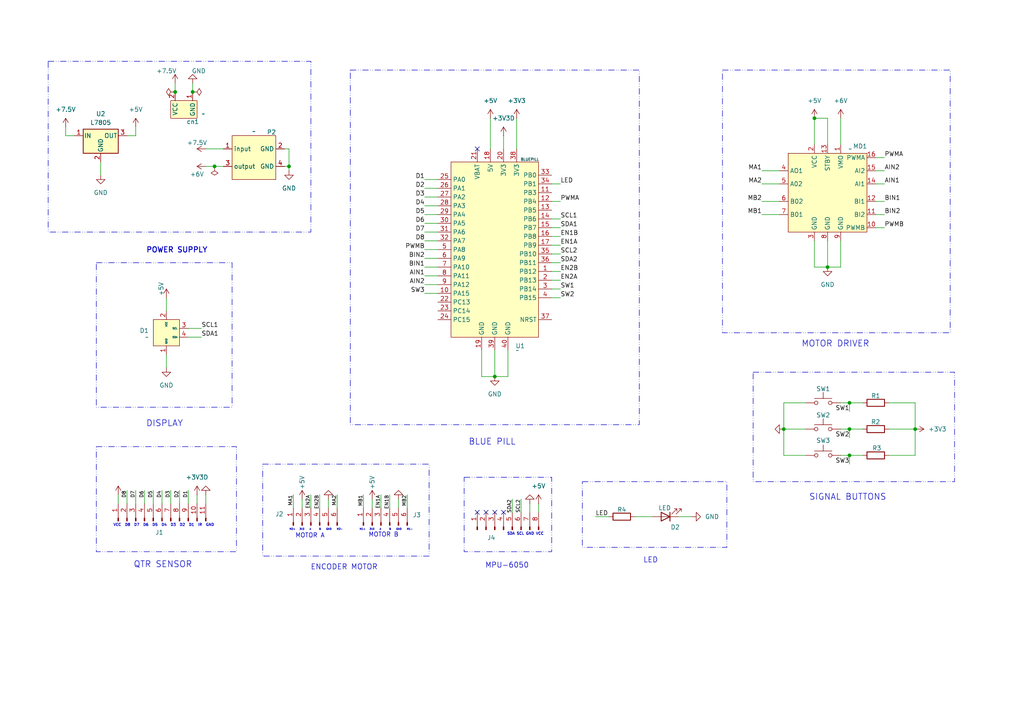
<source format=kicad_sch>
(kicad_sch (version 20231120) (generator "eeschema") (generator_version "8.0")
  (paper "A4")
  (lib_symbols
    (symbol "+5V_1" (power) (pin_numbers hide) (pin_names (offset 0) hide)
      (property "Value" "+5V" (at 0 3.556 0))
      (symbol "+5V_1_0_1"
        (polyline (pts (xy -0.762 1.27) (xy 0 2.54)))
        (polyline (pts (xy 0 0) (xy 0 2.54)))
        (polyline (pts (xy 0 2.54) (xy 0.762 1.27)))
      )
      (symbol "+5V_1_1_1"
        (pin power_in line (at 0 0 90) (length 0) (name "~") (number "1"))
      )
    )
    (symbol "+5V_2" (power) (pin_numbers hide) (pin_names (offset 0) hide)
      (property "Value" "+5V" (at 0 3.556 0))
      (symbol "+5V_2_0_1"
        (polyline (pts (xy -0.762 1.27) (xy 0 2.54)))
        (polyline (pts (xy 0 0) (xy 0 2.54)))
        (polyline (pts (xy 0 2.54) (xy 0.762 1.27)))
      )
      (symbol "+5V_2_1_1"
        (pin power_in line (at 0 0 90) (length 0) (name "~") (number "1"))
      )
    )
    (symbol "+5V_3" (power) (pin_numbers hide) (pin_names (offset 0) hide)
      (property "Value" "+5V" (at 0 3.556 0))
      (symbol "+5V_3_0_1"
        (polyline (pts (xy -0.762 1.27) (xy 0 2.54)))
        (polyline (pts (xy 0 0) (xy 0 2.54)))
        (polyline (pts (xy 0 2.54) (xy 0.762 1.27)))
      )
      (symbol "+5V_3_1_1"
        (pin power_in line (at 0 0 90) (length 0) (name "~") (number "1"))
      )
    )
    (symbol "+7.5V_1" (power) (pin_numbers hide) (pin_names (offset 0) hide)
      (property "Value" "+7.5V" (at 0 3.556 0))
      (symbol "+7.5V_1_0_1"
        (polyline (pts (xy -0.762 1.27) (xy 0 2.54)))
        (polyline (pts (xy 0 0) (xy 0 2.54)))
        (polyline (pts (xy 0 2.54) (xy 0.762 1.27)))
      )
      (symbol "+7.5V_1_1_1"
        (pin power_in line (at 0 0 90) (length 0) (name "~") (number "1"))
      )
    )
    (symbol "Connector:Conn_01x06_Pin" (pin_names (offset 1.016) hide)
      (property "Reference" "J" (at 0 7.62 0))
      (property "Value" "Conn_01x06_Pin" (at 0 -10.16 0))
      (symbol "Conn_01x06_Pin_1_1"
        (polyline (pts (xy 1.27 -7.62) (xy 0.8636 -7.62)) (stroke (width 0.1524)))
        (polyline (pts (xy 1.27 -5.08) (xy 0.8636 -5.08)) (stroke (width 0.1524)))
        (polyline (pts (xy 1.27 -2.54) (xy 0.8636 -2.54)) (stroke (width 0.1524)))
        (polyline (pts (xy 1.27 0) (xy 0.8636 0)) (stroke (width 0.1524)))
        (polyline (pts (xy 1.27 2.54) (xy 0.8636 2.54)) (stroke (width 0.1524)))
        (polyline (pts (xy 1.27 5.08) (xy 0.8636 5.08)) (stroke (width 0.1524)))
        (rectangle (start 0.8636 -7.493) (end 0 -7.747) (stroke (width 0.1524)) (fill (type outline)))
        (rectangle (start 0.8636 -4.953) (end 0 -5.207) (stroke (width 0.1524)) (fill (type outline)))
        (rectangle (start 0.8636 -2.413) (end 0 -2.667) (stroke (width 0.1524)) (fill (type outline)))
        (rectangle (start 0.8636 0.127) (end 0 -0.127) (stroke (width 0.1524)) (fill (type outline)))
        (rectangle (start 0.8636 2.667) (end 0 2.413) (stroke (width 0.1524)) (fill (type outline)))
        (rectangle (start 0.8636 5.207) (end 0 4.953) (stroke (width 0.1524)) (fill (type outline)))
        (pin passive line (at 5.08 5.08 180) (length 3.81) (name "Pin_1") (number "1"))
        (pin passive line (at 5.08 2.54 180) (length 3.81) (name "Pin_2") (number "2"))
        (pin passive line (at 5.08 0 180) (length 3.81) (name "Pin_3") (number "3"))
        (pin passive line (at 5.08 -2.54 180) (length 3.81) (name "Pin_4") (number "4"))
        (pin passive line (at 5.08 -5.08 180) (length 3.81) (name "Pin_5") (number "5"))
        (pin passive line (at 5.08 -7.62 180) (length 3.81) (name "Pin_6") (number "6"))
      )
    )
    (symbol "Connector:Conn_01x08_Pin" (pin_names (offset 1.016) hide)
      (property "Reference" "J" (at 0 10.16 0))
      (property "Value" "Conn_01x08_Pin" (at 0 -12.7 0))
      (symbol "Conn_01x08_Pin_1_1"
        (polyline (pts (xy 1.27 -10.16) (xy 0.8636 -10.16)) (stroke (width 0.1524)))
        (polyline (pts (xy 1.27 -7.62) (xy 0.8636 -7.62)) (stroke (width 0.1524)))
        (polyline (pts (xy 1.27 -5.08) (xy 0.8636 -5.08)) (stroke (width 0.1524)))
        (polyline (pts (xy 1.27 -2.54) (xy 0.8636 -2.54)) (stroke (width 0.1524)))
        (polyline (pts (xy 1.27 0) (xy 0.8636 0)) (stroke (width 0.1524)))
        (polyline (pts (xy 1.27 2.54) (xy 0.8636 2.54)) (stroke (width 0.1524)))
        (polyline (pts (xy 1.27 5.08) (xy 0.8636 5.08)) (stroke (width 0.1524)))
        (polyline (pts (xy 1.27 7.62) (xy 0.8636 7.62)) (stroke (width 0.1524)))
        (rectangle (start 0.8636 -10.033) (end 0 -10.287) (stroke (width 0.1524)) (fill (type outline)))
        (rectangle (start 0.8636 -7.493) (end 0 -7.747) (stroke (width 0.1524)) (fill (type outline)))
        (rectangle (start 0.8636 -4.953) (end 0 -5.207) (stroke (width 0.1524)) (fill (type outline)))
        (rectangle (start 0.8636 -2.413) (end 0 -2.667) (stroke (width 0.1524)) (fill (type outline)))
        (rectangle (start 0.8636 0.127) (end 0 -0.127) (stroke (width 0.1524)) (fill (type outline)))
        (rectangle (start 0.8636 2.667) (end 0 2.413) (stroke (width 0.1524)) (fill (type outline)))
        (rectangle (start 0.8636 5.207) (end 0 4.953) (stroke (width 0.1524)) (fill (type outline)))
        (rectangle (start 0.8636 7.747) (end 0 7.493) (stroke (width 0.1524)) (fill (type outline)))
        (pin passive line (at 5.08 7.62 180) (length 3.81) (name "Pin_1") (number "1"))
        (pin passive line (at 5.08 5.08 180) (length 3.81) (name "Pin_2") (number "2"))
        (pin passive line (at 5.08 2.54 180) (length 3.81) (name "Pin_3") (number "3"))
        (pin passive line (at 5.08 0 180) (length 3.81) (name "Pin_4") (number "4"))
        (pin passive line (at 5.08 -2.54 180) (length 3.81) (name "Pin_5") (number "5"))
        (pin passive line (at 5.08 -5.08 180) (length 3.81) (name "Pin_6") (number "6"))
        (pin passive line (at 5.08 -7.62 180) (length 3.81) (name "Pin_7") (number "7"))
        (pin passive line (at 5.08 -10.16 180) (length 3.81) (name "Pin_8") (number "8"))
      )
    )
    (symbol "Connector:Conn_01x11_Pin" (pin_names (offset 1.016) hide)
      (property "Reference" "J" (at 0 15.24 0))
      (property "Value" "Conn_01x11_Pin" (at 0 -15.24 0))
      (symbol "Conn_01x11_Pin_1_1"
        (polyline (pts (xy 1.27 -12.7) (xy 0.8636 -12.7)) (stroke (width 0.1524)))
        (polyline (pts (xy 1.27 -10.16) (xy 0.8636 -10.16)) (stroke (width 0.1524)))
        (polyline (pts (xy 1.27 -7.62) (xy 0.8636 -7.62)) (stroke (width 0.1524)))
        (polyline (pts (xy 1.27 -5.08) (xy 0.8636 -5.08)) (stroke (width 0.1524)))
        (polyline (pts (xy 1.27 -2.54) (xy 0.8636 -2.54)) (stroke (width 0.1524)))
        (polyline (pts (xy 1.27 0) (xy 0.8636 0)) (stroke (width 0.1524)))
        (polyline (pts (xy 1.27 2.54) (xy 0.8636 2.54)) (stroke (width 0.1524)))
        (polyline (pts (xy 1.27 5.08) (xy 0.8636 5.08)) (stroke (width 0.1524)))
        (polyline (pts (xy 1.27 7.62) (xy 0.8636 7.62)) (stroke (width 0.1524)))
        (polyline (pts (xy 1.27 10.16) (xy 0.8636 10.16)) (stroke (width 0.1524)))
        (polyline (pts (xy 1.27 12.7) (xy 0.8636 12.7)) (stroke (width 0.1524)))
        (rectangle (start 0.8636 -12.573) (end 0 -12.827) (stroke (width 0.1524)) (fill (type outline)))
        (rectangle (start 0.8636 -10.033) (end 0 -10.287) (stroke (width 0.1524)) (fill (type outline)))
        (rectangle (start 0.8636 -7.493) (end 0 -7.747) (stroke (width 0.1524)) (fill (type outline)))
        (rectangle (start 0.8636 -4.953) (end 0 -5.207) (stroke (width 0.1524)) (fill (type outline)))
        (rectangle (start 0.8636 -2.413) (end 0 -2.667) (stroke (width 0.1524)) (fill (type outline)))
        (rectangle (start 0.8636 0.127) (end 0 -0.127) (stroke (width 0.1524)) (fill (type outline)))
        (rectangle (start 0.8636 2.667) (end 0 2.413) (stroke (width 0.1524)) (fill (type outline)))
        (rectangle (start 0.8636 5.207) (end 0 4.953) (stroke (width 0.1524)) (fill (type outline)))
        (rectangle (start 0.8636 7.747) (end 0 7.493) (stroke (width 0.1524)) (fill (type outline)))
        (rectangle (start 0.8636 10.287) (end 0 10.033) (stroke (width 0.1524)) (fill (type outline)))
        (rectangle (start 0.8636 12.827) (end 0 12.573) (stroke (width 0.1524)) (fill (type outline)))
        (pin passive line (at 5.08 12.7 180) (length 3.81) (name "Pin_1") (number "1"))
        (pin passive line (at 5.08 -10.16 180) (length 3.81) (name "Pin_10") (number "10"))
        (pin passive line (at 5.08 -12.7 180) (length 3.81) (name "Pin_11") (number "11"))
        (pin passive line (at 5.08 10.16 180) (length 3.81) (name "Pin_2") (number "2"))
        (pin passive line (at 5.08 7.62 180) (length 3.81) (name "Pin_3") (number "3"))
        (pin passive line (at 5.08 5.08 180) (length 3.81) (name "Pin_4") (number "4"))
        (pin passive line (at 5.08 2.54 180) (length 3.81) (name "Pin_5") (number "5"))
        (pin passive line (at 5.08 0 180) (length 3.81) (name "Pin_6") (number "6"))
        (pin passive line (at 5.08 -2.54 180) (length 3.81) (name "Pin_7") (number "7"))
        (pin passive line (at 5.08 -5.08 180) (length 3.81) (name "Pin_8") (number "8"))
        (pin passive line (at 5.08 -7.62 180) (length 3.81) (name "Pin_9") (number "9"))
      )
    )
    (symbol "Device:LED" (pin_numbers hide) (pin_names (offset 1.016) hide)
      (property "Reference" "D" (at 0 2.54 0))
      (property "Value" "LED" (at 0 -2.54 0))
      (symbol "LED_0_1"
        (polyline (pts (xy -1.27 -1.27) (xy -1.27 1.27)) (stroke (width 0.254)))
        (polyline (pts (xy -1.27 0) (xy 1.27 0)))
        (polyline (pts (xy 1.27 -1.27) (xy 1.27 1.27) (xy -1.27 0) (xy 1.27 -1.27)) (stroke (width 0.254)))
        (polyline (pts (xy -3.048 -0.762) (xy -4.572 -2.286) (xy -3.81 -2.286) (xy -4.572 -2.286) (xy -4.572 -1.524)))
        (polyline (pts (xy -1.778 -0.762) (xy -3.302 -2.286) (xy -2.54 -2.286) (xy -3.302 -2.286) (xy -3.302 -1.524)))
      )
      (symbol "LED_1_1"
        (pin passive line (at -3.81 0 0) (length 2.54) (name "K") (number "1"))
        (pin passive line (at 3.81 0 180) (length 2.54) (name "A") (number "2"))
      )
    )
    (symbol "Device:R" (pin_numbers hide) (pin_names (offset 0))
      (property "Reference" "R" (at 2.032 0 90))
      (property "Value" "R" (at 0 0 90))
      (symbol "R_0_1"
        (rectangle (start -1.016 -2.54) (end 1.016 2.54) (stroke (width 0.254)))
      )
      (symbol "R_1_1"
        (pin passive line (at 0 3.81 270) (length 1.27) (name "~") (number "1"))
        (pin passive line (at 0 -3.81 90) (length 1.27) (name "~") (number "2"))
      )
    )
    (symbol "GND_1" (power) (pin_numbers hide) (pin_names (offset 0) hide)
      (property "Value" "GND" (at 0 -3.81 0))
      (symbol "GND_1_0_1"
        (polyline (pts (xy 0 0) (xy 0 -1.27) (xy 1.27 -1.27) (xy 0 -2.54) (xy -1.27 -1.27) (xy 0 -1.27)))
      )
      (symbol "GND_1_1_1"
        (pin power_in line (at 0 0 270) (length 0) (name "~") (number "1"))
      )
    )
    (symbol "GND_2" (power) (pin_numbers hide) (pin_names (offset 0) hide)
      (property "Value" "GND" (at 0 -3.81 0))
      (symbol "GND_2_0_1"
        (polyline (pts (xy 0 0) (xy 0 -1.27) (xy 1.27 -1.27) (xy 0 -2.54) (xy -1.27 -1.27) (xy 0 -1.27)))
      )
      (symbol "GND_2_1_1"
        (pin power_in line (at 0 0 270) (length 0) (name "~") (number "1"))
      )
    )
    (symbol "GND_3" (power) (pin_numbers hide) (pin_names (offset 0) hide)
      (property "Value" "GND" (at 0 -3.81 0))
      (symbol "GND_3_0_1"
        (polyline (pts (xy 0 0) (xy 0 -1.27) (xy 1.27 -1.27) (xy 0 -2.54) (xy -1.27 -1.27) (xy 0 -1.27)))
      )
      (symbol "GND_3_1_1"
        (pin power_in line (at 0 0 270) (length 0) (name "~") (number "1"))
      )
    )
    (symbol "GND_4" (power) (pin_numbers hide) (pin_names (offset 0) hide)
      (property "Value" "GND" (at 0 -3.81 0))
      (symbol "GND_4_0_1"
        (polyline (pts (xy 0 0) (xy 0 -1.27) (xy 1.27 -1.27) (xy 0 -2.54) (xy -1.27 -1.27) (xy 0 -1.27)))
      )
      (symbol "GND_4_1_1"
        (pin power_in line (at 0 0 270) (length 0) (name "~") (number "1"))
      )
    )
    (symbol "GND_5" (power) (pin_numbers hide) (pin_names (offset 0) hide)
      (property "Value" "GND" (at 0 -3.81 0))
      (symbol "GND_5_0_1"
        (polyline (pts (xy 0 0) (xy 0 -1.27) (xy 1.27 -1.27) (xy 0 -2.54) (xy -1.27 -1.27) (xy 0 -1.27)))
      )
      (symbol "GND_5_1_1"
        (pin power_in line (at 0 0 270) (length 0) (name "~") (number "1"))
      )
    )
    (symbol "Regulator_Linear:L7805" (pin_names (offset 0.254))
      (property "Reference" "U" (at -3.81 3.175 0))
      (property "Value" "L7805" (at 0 3.175 0))
      (symbol "L7805_0_1"
        (rectangle (start -5.08 1.905) (end 5.08 -5.08) (stroke (width 0.254)) (fill (type background)))
      )
      (symbol "L7805_1_1"
        (pin power_in line (at -7.62 0 0) (length 2.54) (name "IN") (number "1"))
        (pin power_in line (at 0 -7.62 90) (length 2.54) (name "GND") (number "2"))
        (pin power_out line (at 7.62 0 180) (length 2.54) (name "OUT") (number "3"))
      )
    )
    (symbol "Switch:SW_Push" (pin_numbers hide) (pin_names (offset 1.016) hide)
      (property "Reference" "SW" (at 1.27 2.54 0))
      (property "Value" "SW_Push" (at 0 -1.524 0))
      (symbol "SW_Push_0_1"
        (circle (center -2.032 0) (radius 0.508))
        (polyline (pts (xy 0 1.27) (xy 0 3.048)))
        (polyline (pts (xy 2.54 1.27) (xy -2.54 1.27)))
        (circle (center 2.032 0) (radius 0.508))
        (pin passive line (at -5.08 0 0) (length 2.54) (name "1") (number "1"))
        (pin passive line (at 5.08 0 180) (length 2.54) (name "2") (number "2"))
      )
    )
    (symbol "micromouse2.0:SPI_OLED_display"
      (property "Reference" "D" (at 0 0 0))
      (symbol "SPI_OLED_display_1_1"
        (rectangle (start -3.81 3.81) (end 3.81 -3.81) (fill (type background)))
        (pin input line (at 0 -6.35 90) (length 2.54) (name "GND") (number "1"))
        (pin power_in line (at 0 6.35 270) (length 2.54) (name "VCC") (number "2"))
        (pin input line (at 6.35 1.27 180) (length 2.54) (name "SCL") (number "3"))
        (pin input line (at 6.35 -1.27 180) (length 2.54) (name "SDA") (number "4"))
      )
    )
    (symbol "micromouse2.0:TB6612FNG_motor_driver_"
      (property "Reference" "MD" (at 0 0 0))
      (symbol "TB6612FNG_motor_driver__1_1"
        (rectangle (start -11.43 11.43) (end 11.43 -11.43) (fill (type background)))
        (pin power_in line (at 3.81 13.97 270) (length 2.54) (name "VMO") (number "1"))
        (pin input line (at 13.97 -10.16 180) (length 2.54) (name "PWMB") (number "10"))
        (pin input line (at 13.97 -6.35 180) (length 2.54) (name "BI2") (number "11"))
        (pin input line (at 13.97 -2.54 180) (length 2.54) (name "BI1") (number "12"))
        (pin input line (at 0 13.97 270) (length 2.54) (name "STBY") (number "13"))
        (pin input line (at 13.97 2.54 180) (length 2.54) (name "AI1") (number "14"))
        (pin input line (at 13.97 6.35 180) (length 2.54) (name "AI2") (number "15"))
        (pin input line (at 13.97 10.16 180) (length 2.54) (name "PWMA") (number "16"))
        (pin power_out line (at -3.81 13.97 270) (length 2.54) (name "VCC") (number "2"))
        (pin power_in line (at -3.81 -13.97 90) (length 2.54) (name "GND") (number "3"))
        (pin input line (at -13.97 6.35 0) (length 2.54) (name "AO1") (number "4"))
        (pin input line (at -13.97 2.54 0) (length 2.54) (name "A02") (number "5"))
        (pin input line (at -13.97 -2.54 0) (length 2.54) (name "B02") (number "6"))
        (pin input line (at -13.97 -6.35 0) (length 2.54) (name "B01") (number "7"))
        (pin power_in line (at 0 -13.97 90) (length 2.54) (name "GND") (number "8"))
        (pin power_in line (at 3.81 -13.97 90) (length 2.54) (name "GND") (number "9"))
      )
    )
    (symbol "micromouse2.0:buck_converter"
      (property "Reference" "P" (at 4.826 7.366 0))
      (symbol "buck_converter_1_1"
        (rectangle (start -6.35 6.35) (end 6.35 -6.35) (fill (type background)))
        (pin input line (at -8.89 2.54 0) (length 2.54) (name "input") (number "1"))
        (pin input line (at 8.89 2.54 180) (length 2.54) (name "GND") (number "2"))
        (pin input line (at -8.89 -2.54 0) (length 2.54) (name "output") (number "3"))
        (pin input line (at 8.89 -2.54 180) (length 2.54) (name "GND") (number "4"))
      )
    )
    (symbol "micromouse2.0:power_input_connector"
      (property "Reference" "cn" (at 2.794 -3.048 0))
      (symbol "power_input_connector_1_1"
        (rectangle (start -3.81 2.54) (end 3.81 -2.54) (fill (type background)))
        (pin input line (at 2.54 5.08 270) (length 2.54) (name "GND") (number "1"))
        (pin input line (at -2.54 5.08 270) (length 2.54) (name "VCC") (number "2"))
      )
    )
    (symbol "micromouse2.0:stm32bluepill"
      (property "Reference" "U" (at 10.16 27.686 0))
      (symbol "stm32bluepill_1_1"
        (rectangle (start -12.7 25.4) (end 12.7 -25.4) (fill (type background)))
        (text "BLUEPILL" (at 10.16 26.162 0) (effects (font (size 0.762 0.762))))
        (pin bidirectional line (at 16.51 -6.35 180) (length 3.81) (name "PB12") (number "1"))
        (pin bidirectional line (at -16.51 -12.7 0) (length 3.81) (name "PA15") (number "10"))
        (pin bidirectional line (at 16.51 16.51 180) (length 3.81) (name "PB3") (number "11"))
        (pin bidirectional line (at 16.51 13.97 180) (length 3.81) (name "PB4") (number "12"))
        (pin bidirectional line (at 16.51 11.43 180) (length 3.81) (name "PB5") (number "13"))
        (pin bidirectional line (at 16.51 8.89 180) (length 3.81) (name "PB6") (number "14"))
        (pin bidirectional line (at 16.51 6.35 180) (length 3.81) (name "PB7") (number "15"))
        (pin bidirectional line (at 16.51 3.81 180) (length 3.81) (name "PB8") (number "16"))
        (pin bidirectional line (at 16.51 1.27 180) (length 3.81) (name "PB9") (number "17"))
        (pin power_in line (at -1.27 29.21 270) (length 3.81) (name "5V") (number "18"))
        (pin power_in line (at -3.81 -29.21 90) (length 3.81) (name "GND") (number "19"))
        (pin bidirectional line (at 16.51 -8.89 180) (length 3.81) (name "PB13") (number "2"))
        (pin power_out line (at 2.54 29.21 270) (length 3.81) (name "3V3") (number "20"))
        (pin power_in line (at -5.08 29.21 270) (length 3.81) (name "VBAT") (number "21"))
        (pin bidirectional line (at -16.51 -15.24 0) (length 3.81) (name "PC13") (number "22"))
        (pin bidirectional line (at -16.51 -17.78 0) (length 3.81) (name "PC14") (number "23"))
        (pin bidirectional line (at -16.51 -20.32 0) (length 3.81) (name "PC15") (number "24"))
        (pin bidirectional line (at -16.51 20.32 0) (length 3.81) (name "PA0") (number "25"))
        (pin bidirectional line (at -16.51 17.78 0) (length 3.81) (name "PA1") (number "26"))
        (pin bidirectional line (at -16.51 15.24 0) (length 3.81) (name "PA2") (number "27"))
        (pin bidirectional line (at -16.51 12.7 0) (length 3.81) (name "PA3") (number "28"))
        (pin bidirectional line (at -16.51 10.16 0) (length 3.81) (name "PA4") (number "29"))
        (pin bidirectional line (at 16.51 -11.43 180) (length 3.81) (name "PB14") (number "3"))
        (pin bidirectional line (at -16.51 7.62 0) (length 3.81) (name "PA5") (number "30"))
        (pin bidirectional line (at -16.51 5.08 0) (length 3.81) (name "PA6") (number "31"))
        (pin bidirectional line (at -16.51 2.54 0) (length 3.81) (name "PA7") (number "32"))
        (pin bidirectional line (at 16.51 21.59 180) (length 3.81) (name "PB0") (number "33"))
        (pin bidirectional line (at 16.51 19.05 180) (length 3.81) (name "PB1") (number "34"))
        (pin bidirectional line (at 16.51 -1.27 180) (length 3.81) (name "PB10") (number "35"))
        (pin bidirectional line (at 16.51 -3.81 180) (length 3.81) (name "PB11") (number "36"))
        (pin bidirectional line (at 16.51 -20.32 180) (length 3.81) (name "NRST") (number "37"))
        (pin power_out line (at 6.35 29.21 270) (length 3.81) (name "3V3") (number "38"))
        (pin power_in line (at 0 -29.21 90) (length 3.81) (name "GND") (number "39"))
        (pin bidirectional line (at 16.51 -13.97 180) (length 3.81) (name "PB15") (number "4"))
        (pin power_in line (at 3.81 -29.21 90) (length 3.81) (name "GND") (number "40"))
        (pin bidirectional line (at -16.51 0 0) (length 3.81) (name "PA8") (number "5"))
        (pin bidirectional line (at -16.51 -2.54 0) (length 3.81) (name "PA9") (number "6"))
        (pin bidirectional line (at -16.51 -5.08 0) (length 3.81) (name "PA10") (number "7"))
        (pin bidirectional line (at -16.51 -7.62 0) (length 3.81) (name "PA11") (number "8"))
        (pin bidirectional line (at -16.51 -10.16 0) (length 3.81) (name "PA12") (number "9"))
      )
    )
    (symbol "power:+3V3" (power) (pin_numbers hide) (pin_names (offset 0) hide)
      (property "Value" "+3V3" (at 0 3.556 0))
      (symbol "+3V3_0_1"
        (polyline (pts (xy -0.762 1.27) (xy 0 2.54)))
        (polyline (pts (xy 0 0) (xy 0 2.54)))
        (polyline (pts (xy 0 2.54) (xy 0.762 1.27)))
      )
      (symbol "+3V3_1_1"
        (pin power_in line (at 0 0 90) (length 0) (name "~") (number "1"))
      )
    )
    (symbol "power:+5V" (power) (pin_names (offset 0))
      (property "Value" "+5V" (at 0 3.556 0))
      (symbol "+5V_0_1"
        (polyline (pts (xy -0.762 1.27) (xy 0 2.54)))
        (polyline (pts (xy 0 0) (xy 0 2.54)))
        (polyline (pts (xy 0 2.54) (xy 0.762 1.27)))
      )
      (symbol "+5V_1_1"
        (pin power_in line (at 0 0 90) (length 0) hide (name "+5V") (number "1"))
      )
    )
    (symbol "power:+6V" (power) (pin_names (offset 0))
      (property "Value" "+6V" (at 0 3.556 0))
      (symbol "+6V_0_1"
        (polyline (pts (xy -0.762 1.27) (xy 0 2.54)))
        (polyline (pts (xy 0 0) (xy 0 2.54)))
        (polyline (pts (xy 0 2.54) (xy 0.762 1.27)))
      )
      (symbol "+6V_1_1"
        (pin power_in line (at 0 0 90) (length 0) hide (name "+6V") (number "1"))
      )
    )
    (symbol "power:+7.5V" (power) (pin_names (offset 0))
      (property "Value" "+7.5V" (at 0 3.556 0))
      (symbol "+7.5V_0_1"
        (polyline (pts (xy -0.762 1.27) (xy 0 2.54)))
        (polyline (pts (xy 0 0) (xy 0 2.54)))
        (polyline (pts (xy 0 2.54) (xy 0.762 1.27)))
      )
      (symbol "+7.5V_1_1"
        (pin power_in line (at 0 0 90) (length 0) hide (name "+7.5V") (number "1"))
      )
    )
    (symbol "power:GND" (power) (pin_names (offset 0))
      (property "Value" "GND" (at 0 -3.81 0))
      (symbol "GND_0_1"
        (polyline (pts (xy 0 0) (xy 0 -1.27) (xy 1.27 -1.27) (xy 0 -2.54) (xy -1.27 -1.27) (xy 0 -1.27)))
      )
      (symbol "GND_1_1"
        (pin power_in line (at 0 0 270) (length 0) hide (name "GND") (number "1"))
      )
    )
    (symbol "power:PWR_FLAG" (power) (pin_numbers hide) (pin_names (offset 0) hide)
      (property "Value" "PWR_FLAG" (at 0 3.81 0))
      (symbol "PWR_FLAG_0_0"
        (pin power_out line (at 0 0 90) (length 0) (name "pwr") (number "1"))
      )
      (symbol "PWR_FLAG_0_1"
        (polyline (pts (xy 0 0) (xy 0 1.27) (xy -1.016 1.905) (xy 0 2.54) (xy 1.016 1.905) (xy 0 1.27)))
      )
    )
  )
  (junction (at 240.03 77.47))
  (junction (at 143.51 109.22))
  (junction (at 246.38 132.08))
  (junction (at 246.38 124.46))
  (junction (at 55.88 26.67))
  (junction (at 62.23 48.26))
  (junction (at 246.38 116.84))
  (junction (at 265.43 124.46))
  (junction (at 227.33 124.46))
  (junction (at 83.82 48.26))
  (junction (at 50.8 26.67))
  (junction (at 236.22 34.29))
  (no_connect (at 146.05 148.59))
  (no_connect (at 138.43 43.18))
  (no_connect (at 143.51 148.59))
  (no_connect (at 138.43 148.59))
  (no_connect (at 140.97 148.59))
  (wire (pts (xy 82.55 43.18) (xy 83.82 43.18)))
  (wire (pts (xy 59.69 48.26) (xy 62.23 48.26)))
  (wire (pts (xy 243.84 77.47) (xy 240.03 77.47)))
  (wire (pts (xy 29.21 46.99) (xy 29.21 50.8)))
  (wire (pts (xy 57.15 143.51) (xy 57.15 146.05)))
  (wire (pts (xy 160.02 73.66) (xy 162.56 73.66)))
  (wire (pts (xy 246.38 116.84) (xy 250.19 116.84)))
  (wire (pts (xy 236.22 34.29) (xy 236.22 41.91)))
  (wire (pts (xy 48.26 86.36) (xy 48.26 90.17)))
  (wire (pts (xy 143.51 101.6) (xy 143.51 109.22)))
  (wire (pts (xy 160.02 58.42) (xy 162.56 58.42)))
  (wire (pts (xy 257.81 124.46) (xy 265.43 124.46)))
  (wire (pts (xy 59.69 143.51) (xy 59.69 146.05)))
  (wire (pts (xy 52.07 142.24) (xy 52.07 146.05)))
  (wire (pts (xy 160.02 68.58) (xy 162.56 68.58)))
  (wire (pts (xy 160.02 81.28) (xy 162.56 81.28)))
  (wire (pts (xy 54.61 97.79) (xy 58.42 97.79)))
  (wire (pts (xy 87.63 144.78) (xy 87.63 147.32)))
  (wire (pts (xy 160.02 66.04) (xy 162.56 66.04)))
  (wire (pts (xy 123.19 74.93) (xy 127 74.93)))
  (wire (pts (xy 95.25 144.78) (xy 95.25 147.32)))
  (wire (pts (xy 243.84 69.85) (xy 243.84 77.47)))
  (wire (pts (xy 147.32 109.22) (xy 147.32 101.6)))
  (wire (pts (xy 156.21 146.05) (xy 156.21 148.59)))
  (wire (pts (xy 233.68 132.08) (xy 227.33 132.08)))
  (wire (pts (xy 48.26 102.87) (xy 48.26 106.68)))
  (wire (pts (xy 123.19 57.15) (xy 127 57.15)))
  (wire (pts (xy 160.02 86.36) (xy 162.56 86.36)))
  (wire (pts (xy 123.19 67.31) (xy 127 67.31)))
  (wire (pts (xy 243.84 132.08) (xy 246.38 132.08)))
  (wire (pts (xy 184.15 149.86) (xy 189.23 149.86)))
  (wire (pts (xy 107.95 144.78) (xy 107.95 147.32)))
  (wire (pts (xy 44.45 142.24) (xy 44.45 146.05)))
  (wire (pts (xy 160.02 78.74) (xy 162.56 78.74)))
  (wire (pts (xy 41.91 142.24) (xy 41.91 146.05)))
  (wire (pts (xy 227.33 132.08) (xy 227.33 124.46)))
  (wire (pts (xy 220.98 62.23) (xy 226.06 62.23)))
  (wire (pts (xy 90.17 143.51) (xy 90.17 147.32)))
  (wire (pts (xy 123.19 77.47) (xy 127 77.47)))
  (wire (pts (xy 139.7 109.22) (xy 143.51 109.22)))
  (wire (pts (xy 62.23 48.26) (xy 64.77 48.26)))
  (wire (pts (xy 54.61 95.25) (xy 58.42 95.25)))
  (wire (pts (xy 39.37 142.24) (xy 39.37 146.05)))
  (wire (pts (xy 123.19 54.61) (xy 127 54.61)))
  (wire (pts (xy 149.86 34.29) (xy 149.86 43.18)))
  (wire (pts (xy 220.98 53.34) (xy 226.06 53.34)))
  (wire (pts (xy 160.02 71.12) (xy 162.56 71.12)))
  (wire (pts (xy 123.19 59.69) (xy 127 59.69)))
  (wire (pts (xy 36.83 142.24) (xy 36.83 146.05)))
  (wire (pts (xy 143.51 109.22) (xy 147.32 109.22)))
  (wire (pts (xy 246.38 116.84) (xy 246.38 119.38)))
  (wire (pts (xy 160.02 63.5) (xy 162.56 63.5)))
  (wire (pts (xy 113.03 143.51) (xy 113.03 147.32)))
  (wire (pts (xy 49.53 142.24) (xy 49.53 146.05)))
  (wire (pts (xy 83.82 43.18) (xy 83.82 48.26)))
  (wire (pts (xy 240.03 34.29) (xy 240.03 41.91)))
  (wire (pts (xy 153.67 146.05) (xy 153.67 148.59)))
  (wire (pts (xy 110.49 143.51) (xy 110.49 147.32)))
  (wire (pts (xy 118.11 143.51) (xy 118.11 147.32)))
  (wire (pts (xy 139.7 101.6) (xy 139.7 109.22)))
  (wire (pts (xy 160.02 83.82) (xy 162.56 83.82)))
  (wire (pts (xy 123.19 80.01) (xy 127 80.01)))
  (wire (pts (xy 50.8 24.13) (xy 50.8 26.67)))
  (wire (pts (xy 265.43 132.08) (xy 265.43 124.46)))
  (wire (pts (xy 92.71 143.51) (xy 92.71 147.32)))
  (wire (pts (xy 83.82 48.26) (xy 83.82 49.53)))
  (wire (pts (xy 254 49.53) (xy 256.54 49.53)))
  (wire (pts (xy 246.38 132.08) (xy 250.19 132.08)))
  (wire (pts (xy 123.19 62.23) (xy 127 62.23)))
  (wire (pts (xy 254 45.72) (xy 256.54 45.72)))
  (wire (pts (xy 246.38 124.46) (xy 250.19 124.46)))
  (wire (pts (xy 19.05 39.37) (xy 21.59 39.37)))
  (wire (pts (xy 55.88 24.13) (xy 55.88 26.67)))
  (wire (pts (xy 39.37 39.37) (xy 36.83 39.37)))
  (wire (pts (xy 220.98 58.42) (xy 226.06 58.42)))
  (wire (pts (xy 254 53.34) (xy 256.54 53.34)))
  (wire (pts (xy 243.84 34.29) (xy 243.84 41.91)))
  (wire (pts (xy 265.43 116.84) (xy 265.43 124.46)))
  (wire (pts (xy 236.22 77.47) (xy 240.03 77.47)))
  (wire (pts (xy 123.19 82.55) (xy 127 82.55)))
  (wire (pts (xy 243.84 116.84) (xy 246.38 116.84)))
  (wire (pts (xy 123.19 72.39) (xy 127 72.39)))
  (wire (pts (xy 233.68 116.84) (xy 227.33 116.84)))
  (wire (pts (xy 243.84 124.46) (xy 246.38 124.46)))
  (wire (pts (xy 54.61 142.24) (xy 54.61 146.05)))
  (wire (pts (xy 246.38 124.46) (xy 246.38 127)))
  (wire (pts (xy 46.99 142.24) (xy 46.99 146.05)))
  (wire (pts (xy 105.41 143.51) (xy 105.41 147.32)))
  (wire (pts (xy 97.79 143.51) (xy 97.79 147.32)))
  (wire (pts (xy 151.13 144.78) (xy 151.13 148.59)))
  (wire (pts (xy 39.37 36.83) (xy 39.37 39.37)))
  (wire (pts (xy 196.85 149.86) (xy 200.66 149.86)))
  (wire (pts (xy 160.02 76.2) (xy 162.56 76.2)))
  (wire (pts (xy 254 66.04) (xy 256.54 66.04)))
  (wire (pts (xy 246.38 132.08) (xy 246.38 134.62)))
  (wire (pts (xy 227.33 124.46) (xy 233.68 124.46)))
  (wire (pts (xy 123.19 52.07) (xy 127 52.07)))
  (wire (pts (xy 83.82 48.26) (xy 82.55 48.26)))
  (wire (pts (xy 85.09 143.51) (xy 85.09 147.32)))
  (wire (pts (xy 236.22 69.85) (xy 236.22 77.47)))
  (wire (pts (xy 123.19 69.85) (xy 127 69.85)))
  (wire (pts (xy 227.33 116.84) (xy 227.33 124.46)))
  (wire (pts (xy 123.19 85.09) (xy 127 85.09)))
  (wire (pts (xy 160.02 53.34) (xy 162.56 53.34)))
  (wire (pts (xy 19.05 36.83) (xy 19.05 39.37)))
  (wire (pts (xy 115.57 144.78) (xy 115.57 147.32)))
  (wire (pts (xy 34.29 143.51) (xy 34.29 146.05)))
  (wire (pts (xy 257.81 132.08) (xy 265.43 132.08)))
  (wire (pts (xy 123.19 64.77) (xy 127 64.77)))
  (wire (pts (xy 172.72 149.86) (xy 176.53 149.86)))
  (wire (pts (xy 59.69 43.18) (xy 64.77 43.18)))
  (wire (pts (xy 142.24 34.29) (xy 142.24 43.18)))
  (wire (pts (xy 236.22 34.29) (xy 240.03 34.29)))
  (wire (pts (xy 254 58.42) (xy 256.54 58.42)))
  (wire (pts (xy 257.81 116.84) (xy 265.43 116.84)))
  (wire (pts (xy 220.98 49.53) (xy 226.06 49.53)))
  (wire (pts (xy 148.59 144.78) (xy 148.59 148.59)))
  (wire (pts (xy 254 62.23) (xy 256.54 62.23)))
  (wire (pts (xy 240.03 69.85) (xy 240.03 77.47)))
  (wire (pts (xy 146.05 39.37) (xy 146.05 43.18)))
  (rectangle (start 13.97 17.78) (end 90.17 67.31) (stroke (width 0) (type dash_dot_dot)))
  (rectangle (start 168.91 139.7) (end 210.82 158.75) (stroke (width 0) (type dash_dot_dot)))
  (rectangle (start 27.94 76.2) (end 67.31 118.11) (stroke (width 0) (type dash_dot_dot)))
  (rectangle (start 27.94 129.54) (end 68.58 160.02) (stroke (width 0) (type dash_dot_dot)))
  (rectangle (start 134.62 138.43) (end 160.02 160.02) (stroke (width 0) (type dash_dot_dot)))
  (rectangle (start 76.2 134.62) (end 124.46 161.29) (stroke (width 0) (type dash_dot_dot)))
  (rectangle (start 218.44 107.95) (end 276.86 139.7) (stroke (width 0) (type dash_dot_dot)))
  (rectangle (start 101.6 20.32) (end 185.42 123.19) (stroke (width 0) (type dash_dot_dot)))
  (rectangle (start 209.55 20.32) (end 275.59 96.52) (stroke (width 0) (type dash_dot_dot)))
  (text "SIGNAL BUTTONS\n" (at 245.872 144.272 0) (effects (font (size 1.778 1.778))))
  (text "MOTOR B\n" (at 111.252 155.194 0) (effects (font (size 1.27 1.27))))
  (text "QTR SENSOR" (at 47.244 163.83 0) (effects (font (size 1.778 1.778))))
  (text "DISPLAY\n" (at 47.752 122.936 0) (effects (font (size 1.778 1.778))))
  (text "ENCODER MOTOR\n" (at 99.822 164.592 0) (effects (font (size 1.524 1.524))))
  (text "LED" (at 188.722 162.56 0) (effects (font (size 1.524 1.524))))
  (text "MPU-6050\n" (at 147.066 164.084 0) (effects (font (size 1.524 1.524))))
  (text "SDA SCL GND VCC" (at 152.4 154.94 0) (effects (font (size 0.762 0.762))))
  (text "M1+   3V3    A      B    GND    M1-\n" (at 112.014 153.67 0) (effects (font (size 0.508 0.508))))
  (text "MOTOR DRIVER\n" (at 242.316 99.822 0) (effects (font (size 1.778 1.778))))
  (text "VCC  D8  D7  D6  D5  D4  D3  D2  D1  IR  GND\n" (at 47.498 152.4 0) (effects (font (size 0.762 0.762))))
  (text "M2+   3V3    A      B    GND    M2-\n" (at 91.694 153.67 0) (effects (font (size 0.508 0.508))))
  (text "MOTOR A" (at 89.916 155.448 0) (effects (font (size 1.27 1.27))))
  (text "POWER SUPPLY" (at 51.308 72.644 0) (effects (font (size 1.524 1.524) (thickness 0.254) (bold yes))))
  (text "BLUE PILL\n" (at 142.748 128.27 0) (effects (font (size 1.778 1.778))))
  (label "D2" (at 52.07 142.24 270) (effects (font (size 1.016 1.016))))
  (label "PWMB" (at 123.19 72.39 180))
  (label "SDA2" (at 162.56 76.2 0))
  (label "BIN2" (at 123.19 74.93 180))
  (label "D1" (at 123.19 52.07 180))
  (label "AIN1" (at 256.54 53.34 0))
  (label "MA2" (at 220.98 53.34 180))
  (label "EN1B" (at 113.03 143.51 270) (effects (font (size 1.016 1.016))))
  (label "LED" (at 172.72 149.86 0))
  (label "SW1" (at 246.38 119.38 180))
  (label "AIN2" (at 123.19 82.55 180))
  (label "EN2B" (at 162.56 78.74 0))
  (label "EN1A" (at 110.49 143.51 270) (effects (font (size 1.016 1.016))))
  (label "SW2" (at 246.38 127 180))
  (label "SW3" (at 123.19 85.09 180))
  (label "SCL1" (at 162.56 63.5 0))
  (label "MB2" (at 118.11 143.51 270) (effects (font (size 1.016 1.016))))
  (label "SDA1" (at 162.56 66.04 0))
  (label "SCL1" (at 58.42 95.25 0))
  (label "SCL2" (at 162.56 73.66 0))
  (label "D4" (at 46.99 142.24 270) (effects (font (size 1.016 1.016))))
  (label "EN2B" (at 92.71 143.51 270) (effects (font (size 1.016 1.016))))
  (label "LED" (at 162.56 53.34 0))
  (label "PWMA" (at 256.54 45.72 0))
  (label "BIN2" (at 256.54 62.23 0))
  (label "BIN1" (at 123.19 77.47 180))
  (label "AIN1" (at 123.19 80.01 180))
  (label "SW1" (at 162.56 83.82 0))
  (label "SW2" (at 162.56 86.36 0))
  (label "D8" (at 36.83 142.24 270) (effects (font (size 1.016 1.016))))
  (label "EN1A" (at 162.56 71.12 0))
  (label "MB1" (at 220.98 62.23 180))
  (label "MA1" (at 85.09 143.51 270) (effects (font (size 1.016 1.016))))
  (label "D2" (at 123.19 54.61 180))
  (label "MB1" (at 105.41 143.51 270) (effects (font (size 1.016 1.016))))
  (label "D7" (at 123.19 67.31 180))
  (label "PWMB" (at 256.54 66.04 0))
  (label "BIN1" (at 256.54 58.42 0))
  (label "D3" (at 49.53 142.24 270) (effects (font (size 1.016 1.016))))
  (label "EN1B" (at 162.56 68.58 0))
  (label "PWMA" (at 162.56 58.42 0))
  (label "D6" (at 123.19 64.77 180))
  (label "D6" (at 41.91 142.24 270) (effects (font (size 1.016 1.016))))
  (label "EN2A" (at 162.56 81.28 0))
  (label "SDA1" (at 58.42 97.79 0))
  (label "D5" (at 44.45 142.24 270) (effects (font (size 1.016 1.016))))
  (label "MB2" (at 220.98 58.42 180))
  (label "D8" (at 123.19 69.85 180))
  (label "D5" (at 123.19 62.23 180))
  (label "D1" (at 54.61 142.24 270) (effects (font (size 1.016 1.016))))
  (label "D7" (at 39.37 142.24 270) (effects (font (size 1.016 1.016))))
  (label "EN2A" (at 90.17 143.51 270) (effects (font (size 1.016 1.016))))
  (label "SW3" (at 246.38 134.62 180))
  (label "MA1" (at 220.98 49.53 180))
  (label "SCL2" (at 151.13 144.78 270) (effects (font (size 1.016 1.016))))
  (label "AIN2" (at 256.54 49.53 0))
  (label "SDA2" (at 148.59 144.78 270) (effects (font (size 1.016 1.016))))
  (label "D3" (at 123.19 57.15 180))
  (label "MA2" (at 97.79 143.51 270) (effects (font (size 1.016 1.016))))
  (label "D4" (at 123.19 59.69 180))
  (symbol (lib_name "+5V_2") (lib_id "power:+5V") (at 39.37 36.83 0) (unit 1)
    (property "Reference" "#PWR07" (effects (hide yes)))
    (property "Value" "+5V" (at 39.37 31.75 0))
    (property "Description" "Power symbol creates a global label with name \"+5V\"" (effects (hide yes)))
  )
  (symbol (lib_id "power:+3V3") (at 34.29 143.51 0) (unit 1)
    (property "Reference" "#PWR021" (effects (hide yes)))
    (property "Value" "+3V3" (effects (hide yes)))
    (property "Description" "Power symbol creates a global label with name \"+3V3\"" (effects (hide yes)))
  )
  (symbol (lib_id "power:GND") (at 143.51 109.22 0) (unit 1)
    (property "Reference" "#PWR03" (effects (hide yes)))
    (property "Value" "GND" (at 143.51 114.3 0))
    (property "Description" "Power symbol creates a global label with name \"GND\" , ground" (effects (hide yes)))
  )
  (symbol (lib_id "Device:R") (at 180.34 149.86 90) (unit 1)
    (property "Reference" "R4" (at 180.34 147.828 90))
    (property "Value" "R" (effects (hide yes)))
    (property "Footprint" "Resistor_THT:R_Axial_DIN0204_L3.6mm_D1.6mm_P5.08mm_Horizontal" (effects (hide yes)))
    (property "Description" "Resistor" (effects (hide yes)))
  )
  (symbol (lib_id "Connector:Conn_01x11_Pin") (at 46.99 151.13 90) (unit 1)
    (property "Reference" "J1" (at 46.228 154.432 90))
    (property "Value" "Conn_01x11_Pin" (effects (hide yes)))
    (property "Footprint" "Connector_PinHeader_2.54mm:PinHeader_1x11_P2.54mm_Vertical" (effects (hide yes)))
    (property "Description" "Generic connector, single row, 01x11, script generated" (effects (hide yes)))
  )
  (symbol (lib_id "Connector:Conn_01x06_Pin") (at 90.17 152.4 90) (unit 1)
    (property "Reference" "J2" (at 81.026 149.098 90))
    (property "Value" "Conn_01x06_Pin" (effects (hide yes)))
    (property "Footprint" "Connector_PinSocket_2.54mm:PinSocket_1x06_P2.54mm_Vertical" (effects (hide yes)))
    (property "Description" "Generic connector, single row, 01x06, script generated" (effects (hide yes)))
  )
  (symbol (lib_name "GND_3") (lib_id "power:GND") (at 227.33 124.46 270) (unit 1)
    (property "Reference" "#PWR024" (effects (hide yes)))
    (property "Value" "GND" (effects (hide yes)))
    (property "Description" "Power symbol creates a global label with name \"GND\" , ground" (effects (hide yes)))
  )
  (symbol (lib_id "micromouse2.0:stm32bluepill") (at 143.51 72.39 0) (unit 1)
    (property "Reference" "U1" (at 149.5141 100.33 0) (effects (justify left)))
    (property "Value" "~" (at 149.5141 101.6 0) (effects (justify left)))
    (property "Footprint" "symbols_footprint:bluepill" (effects (hide yes)))
  )
  (symbol (lib_name "+7.5V_1") (lib_id "power:+7.5V") (at 19.05 36.83 0) (unit 1)
    (property "Reference" "#PWR06" (effects (hide yes)))
    (property "Value" "+7.5V" (at 19.05 31.75 0))
    (property "Description" "Power symbol creates a global label with name \"+7.5V\"" (effects (hide yes)))
  )
  (symbol (lib_name "GND_1") (lib_id "power:GND") (at 29.21 50.8 0) (unit 1)
    (property "Reference" "#PWR02" (effects (hide yes)))
    (property "Value" "GND" (at 29.21 55.88 0))
    (property "Description" "Power symbol creates a global label with name \"GND\" , ground" (effects (hide yes)))
  )
  (symbol (lib_name "GND_4") (lib_id "power:GND") (at 153.67 146.05 180) (unit 1)
    (property "Reference" "#PWR028" (effects (hide yes)))
    (property "Value" "GND" (effects (hide yes)))
    (property "Description" "Power symbol creates a global label with name \"GND\" , ground" (effects (hide yes)))
  )
  (symbol (lib_name "+5V_3") (lib_id "power:+5V") (at 156.21 146.05 0) (unit 1)
    (property "Reference" "#PWR027" (effects (hide yes)))
    (property "Value" "+5V" (at 156.21 140.97 0))
    (property "Description" "Power symbol creates a global label with name \"+5V\"" (effects (hide yes)))
  )
  (symbol (lib_id "power:PWR_FLAG") (at 50.8 26.67 90) (unit 1)
    (property "Reference" "#FLG02" (effects (hide yes)))
    (property "Value" "PWR_FLAG" (effects (hide yes)))
    (property "Description" "Special symbol for telling ERC where power comes from" (effects (hide yes)))
  )
  (symbol (lib_name "GND_2") (lib_id "power:GND") (at 59.69 143.51 180) (unit 1)
    (property "Reference" "#PWR09" (effects (hide yes)))
    (property "Value" "GND" (effects (hide yes)))
    (property "Description" "Power symbol creates a global label with name \"GND\" , ground" (effects (hide yes)))
  )
  (symbol (lib_id "power:GND") (at 83.82 49.53 0) (unit 1)
    (property "Reference" "#PWR010" (effects (hide yes)))
    (property "Value" "GND" (at 83.82 54.61 0))
    (property "Description" "Power symbol creates a global label with name \"GND\" , ground" (effects (hide yes)))
  )
  (symbol (lib_id "Connector:Conn_01x08_Pin") (at 146.05 153.67 90) (unit 1)
    (property "Reference" "J4" (at 142.494 155.956 90))
    (property "Value" "Conn_01x08_Pin" (effects (hide yes)))
    (property "Footprint" "Connector_PinHeader_2.54mm:PinHeader_1x08_P2.54mm_Vertical" (effects (hide yes)))
    (property "Description" "Generic connector, single row, 01x08, script generated" (effects (hide yes)))
  )
  (symbol (lib_id "power:+6V") (at 243.84 34.29 0) (unit 1)
    (property "Reference" "#PWR013" (effects (hide yes)))
    (property "Value" "+6V" (at 243.84 29.21 0))
    (property "Description" "Power symbol creates a global label with name \"+6V\"" (effects (hide yes)))
  )
  (symbol (lib_id "power:+5V") (at 142.24 34.29 0) (unit 1)
    (property "Reference" "#PWR01" (effects (hide yes)))
    (property "Value" "+5V" (at 142.24 29.21 0))
    (property "Description" "Power symbol creates a global label with name \"+5V\"" (effects (hide yes)))
  )
  (symbol (lib_id "Device:R") (at 254 124.46 90) (unit 1)
    (property "Reference" "R2" (at 253.9594 122.3838 90))
    (property "Value" "R" (effects (hide yes)))
    (property "Footprint" "Resistor_THT:R_Axial_DIN0204_L3.6mm_D1.6mm_P5.08mm_Horizontal" (effects (hide yes)))
    (property "Description" "Resistor" (effects (hide yes)))
  )
  (symbol (lib_id "power:+3V3") (at 146.05 39.37 0) (unit 1)
    (property "Reference" "#PWR026" (effects (hide yes)))
    (property "Value" "+3V3D" (at 146.05 34.29 0))
    (property "Description" "Power symbol creates a global label with name \"+3V3\"" (effects (hide yes)))
  )
  (symbol (lib_id "power:GND") (at 115.57 144.78 180) (unit 1)
    (property "Reference" "#PWR020" (effects (hide yes)))
    (property "Value" "GND" (effects (hide yes)))
    (property "Description" "Power symbol creates a global label with name \"GND\" , ground" (effects (hide yes)))
  )
  (symbol (lib_id "power:+3V3") (at 149.86 34.29 0) (unit 1)
    (property "Reference" "#PWR025" (effects (hide yes)))
    (property "Value" "+3V3" (at 149.86 29.21 0))
    (property "Description" "Power symbol creates a global label with name \"+3V3\"" (effects (hide yes)))
  )
  (symbol (lib_id "power:GND") (at 55.88 24.13 180) (unit 1)
    (property "Reference" "#PWR05" (effects (hide yes)))
    (property "Value" "GND" (at 57.658 20.574 0))
    (property "Description" "Power symbol creates a global label with name \"GND\" , ground" (effects (hide yes)))
  )
  (symbol (lib_id "Switch:SW_Push") (at 238.76 132.08 0) (unit 1)
    (property "Reference" "SW3" (at 238.76 127.762 0))
    (property "Value" "SW_Push" (effects (hide yes)))
    (property "Footprint" "Button_Switch_THT:SW_PUSH_6mm" (effects (hide yes)))
    (property "Description" "Push button switch, generic, two pins" (effects (hide yes)))
  )
  (symbol (lib_id "power:+7.5V") (at 59.69 43.18 90) (unit 1)
    (property "Reference" "#PWR08" (effects (hide yes)))
    (property "Value" "+7.5V" (at 57.15 41.402 90))
    (property "Description" "Power symbol creates a global label with name \"+7.5V\"" (effects (hide yes)))
  )
  (symbol (lib_id "power:+6V") (at 59.69 48.26 90) (unit 1)
    (property "Reference" "#PWR011" (effects (hide yes)))
    (property "Value" "+6V" (at 59.182 50.546 90) (effects (justify left)))
    (property "Description" "Power symbol creates a global label with name \"+6V\"" (effects (hide yes)))
  )
  (symbol (lib_id "power:PWR_FLAG") (at 55.88 26.67 270) (unit 1)
    (property "Reference" "#FLG01" (effects (hide yes)))
    (property "Value" "PWR_FLAG" (effects (hide yes)))
    (property "Description" "Special symbol for telling ERC where power comes from" (effects (hide yes)))
  )
  (symbol (lib_id "Device:R") (at 254 132.08 90) (unit 1)
    (property "Reference" "R3" (at 254.3172 129.9881 90))
    (property "Value" "R" (effects (hide yes)))
    (property "Footprint" "Resistor_THT:R_Axial_DIN0204_L3.6mm_D1.6mm_P5.08mm_Horizontal" (effects (hide yes)))
    (property "Description" "Resistor" (effects (hide yes)))
  )
  (symbol (lib_id "power:+3V3") (at 57.15 143.51 0) (unit 1)
    (property "Reference" "#PWR022" (effects (hide yes)))
    (property "Value" "+3V3D" (at 57.15 138.43 0))
    (property "Description" "Power symbol creates a global label with name \"+3V3\"" (effects (hide yes)))
  )
  (symbol (lib_id "Device:LED") (at 193.04 149.86 180) (unit 1)
    (property "Reference" "D2" (at 195.834 152.908 0))
    (property "Value" "LED" (at 192.786 147.32 0))
    (property "Footprint" "LED_THT:LED_D3.0mm" (effects (hide yes)))
    (property "Description" "Light emitting diode" (effects (hide yes)))
  )
  (symbol (lib_id "power:PWR_FLAG") (at 62.23 48.26 180) (unit 1)
    (property "Reference" "#FLG04" (effects (hide yes)))
    (property "Value" "PWR_FLAG" (effects (hide yes)))
    (property "Description" "Special symbol for telling ERC where power comes from" (effects (hide yes)))
  )
  (symbol (lib_name "GND_5") (lib_id "power:GND") (at 200.66 149.86 90) (unit 1)
    (property "Reference" "#PWR029" (effects (hide yes)))
    (property "Value" "GND" (at 204.47 149.8599 90) (effects (justify right)))
    (property "Description" "Power symbol creates a global label with name \"GND\" , ground" (effects (hide yes)))
  )
  (symbol (lib_name "+5V_1") (lib_id "power:+5V") (at 48.26 86.36 0) (unit 1)
    (property "Reference" "#PWR015" (effects (hide yes)))
    (property "Value" "+5V" (at 46.736 85.852 90) (effects (justify left)))
    (property "Description" "Power symbol creates a global label with name \"+5V\"" (effects (hide yes)))
  )
  (symbol (lib_id "micromouse2.0:SPI_OLED_display") (at 48.26 96.52 0) (unit 1)
    (property "Reference" "D1" (at 43.18 95.8849 0) (effects (justify right)))
    (property "Value" "~" (at 43.18 97.79 0) (effects (justify right)))
    (property "Footprint" "symbols_footprint:128*32 spi display" (effects (hide yes)))
  )
  (symbol (lib_id "Connector:Conn_01x06_Pin") (at 110.49 152.4 90) (unit 1)
    (property "Reference" "J3" (at 120.904 149.352 90))
    (property "Value" "Conn_01x06_Pin" (effects (hide yes)))
    (property "Footprint" "Connector_PinSocket_2.54mm:PinSocket_1x06_P2.54mm_Vertical" (effects (hide yes)))
    (property "Description" "Generic connector, single row, 01x06, script generated" (effects (hide yes)))
  )
  (symbol (lib_id "micromouse2.0:power_input_connector") (at 53.34 31.75 0) (unit 1)
    (property "Reference" "cn1" (at 54.102 35.306 0) (effects (justify left)))
    (property "Value" "~" (at 58.42 33.02 0) (effects (justify left)))
    (property "Footprint" "Connector_PinSocket_2.54mm:PinSocket_1x02_P2.54mm_Vertical" (effects (hide yes)))
  )
  (symbol (lib_id "power:+5V") (at 236.22 34.29 0) (unit 1)
    (property "Reference" "#PWR012" (effects (hide yes)))
    (property "Value" "+5V" (at 236.22 29.21 0))
    (property "Description" "Power symbol creates a global label with name \"+5V\"" (effects (hide yes)))
  )
  (symbol (lib_id "power:+3V3") (at 265.43 124.46 270) (unit 1)
    (property "Reference" "#PWR023" (effects (hide yes)))
    (property "Value" "+3V3" (at 269.24 124.4599 90) (effects (justify left)))
    (property "Description" "Power symbol creates a global label with name \"+3V3\"" (effects (hide yes)))
  )
  (symbol (lib_id "Switch:SW_Push") (at 238.76 124.46 0) (unit 1)
    (property "Reference" "SW2" (at 238.76 120.396 0))
    (property "Value" "SW_Push" (effects (hide yes)))
    (property "Footprint" "Button_Switch_THT:SW_PUSH_6mm" (effects (hide yes)))
    (property "Description" "Push button switch, generic, two pins" (effects (hide yes)))
  )
  (symbol (lib_id "Device:R") (at 254 116.84 90) (unit 1)
    (property "Reference" "R1" (at 254 114.808 90))
    (property "Value" "R" (effects (hide yes)))
    (property "Footprint" "Resistor_THT:R_Axial_DIN0204_L3.6mm_D1.6mm_P5.08mm_Horizontal" (effects (hide yes)))
    (property "Description" "Resistor" (effects (hide yes)))
  )
  (symbol (lib_name "+5V_1") (lib_id "power:+5V") (at 107.95 144.78 0) (unit 1)
    (property "Reference" "#PWR018" (effects (hide yes)))
    (property "Value" "+5V" (at 107.95 141.986 90) (effects (justify left)))
    (property "Description" "Power symbol creates a global label with name \"+5V\"" (effects (hide yes)))
  )
  (symbol (lib_id "power:+7.5V") (at 50.8 24.13 0) (unit 1)
    (property "Reference" "#PWR04" (effects (hide yes)))
    (property "Value" "+7.5V" (at 48.26 20.574 0))
    (property "Description" "Power symbol creates a global label with name \"+7.5V\"" (effects (hide yes)))
  )
  (symbol (lib_id "Switch:SW_Push") (at 238.76 116.84 0) (unit 1)
    (property "Reference" "SW1" (at 238.76 112.776 0))
    (property "Value" "SW_Push" (effects (hide yes)))
    (property "Footprint" "Button_Switch_THT:SW_PUSH_6mm" (effects (hide yes)))
    (property "Description" "Push button switch, generic, two pins" (effects (hide yes)))
  )
  (symbol (lib_name "+5V_1") (lib_id "power:+5V") (at 87.63 144.78 0) (unit 1)
    (property "Reference" "#PWR017" (effects (hide yes)))
    (property "Value" "+5V" (at 87.63 141.986 90) (effects (justify left)))
    (property "Description" "Power symbol creates a global label with name \"+5V\"" (effects (hide yes)))
  )
  (symbol (lib_id "micromouse2.0:TB6612FNG_motor_driver_") (at 240.03 55.88 0) (unit 1)
    (property "Reference" "MD1" (at 247.396 42.418 0) (effects (justify left)))
    (property "Value" "~" (at 246.0341 43.18 0) (effects (justify left)))
    (property "Footprint" "symbols_footprint:TB6612FNG motor driver" (effects (hide yes)))
  )
  (symbol (lib_id "power:GND") (at 48.26 106.68 0) (unit 1)
    (property "Reference" "#PWR016" (effects (hide yes)))
    (property "Value" "GND" (at 48.26 111.76 0))
    (property "Description" "Power symbol creates a global label with name \"GND\" , ground" (effects (hide yes)))
  )
  (symbol (lib_id "Regulator_Linear:L7805") (at 29.21 39.37 0) (unit 1)
    (property "Reference" "U2" (at 29.21 33.02 0))
    (property "Value" "L7805" (at 29.21 35.56 0))
    (property "Footprint" "Package_TO_SOT_THT:TO-220-3_Vertical" (effects (hide yes)))
    (property "Datasheet" "http://www.st.com/content/ccc/resource/technical/document/datasheet/41/4f/b3/b0/12/d4/47/88/CD00000444.pdf/files/CD00000444.pdf/jcr:content/translations/en.CD00000444.pdf" (effects (hide yes)))
    (property "Description" "Positive 1.5A 35V Linear Regulator, Fixed Output 5V, TO-220/TO-263/TO-252" (effects (hide yes)))
  )
  (symbol (lib_id "micromouse2.0:buck_converter") (at 73.66 45.72 0) (unit 1)
    (property "Reference" "P2" (at 78.74 38.354 0))
    (property "Value" "~" (at 73.66 38.1 0))
    (property "Footprint" "symbols_footprint:buck converter" (effects (hide yes)))
  )
  (symbol (lib_id "power:GND") (at 95.25 144.78 180) (unit 1)
    (property "Reference" "#PWR019" (effects (hide yes)))
    (property "Value" "GND" (effects (hide yes)))
    (property "Description" "Power symbol creates a global label with name \"GND\" , ground" (effects (hide yes)))
  )
  (symbol (lib_id "power:GND") (at 240.03 77.47 0) (unit 1)
    (property "Reference" "#PWR014" (effects (hide yes)))
    (property "Value" "GND" (at 240.03 82.55 0))
    (property "Description" "Power symbol creates a global label with name \"GND\" , ground" (effects (hide yes)))
  )
)
</source>
